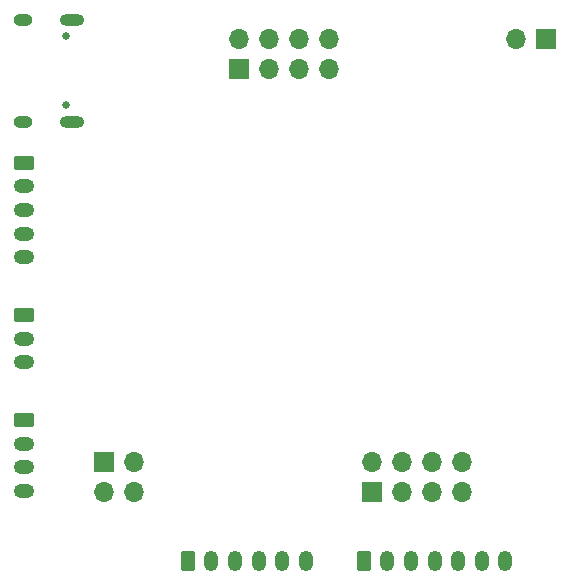
<source format=gbs>
G04 #@! TF.GenerationSoftware,KiCad,Pcbnew,(6.0.7-1)-1*
G04 #@! TF.CreationDate,2022-11-25T13:43:26+01:00*
G04 #@! TF.ProjectId,ESC-logic,4553432d-6c6f-4676-9963-2e6b69636164,rev?*
G04 #@! TF.SameCoordinates,Original*
G04 #@! TF.FileFunction,Soldermask,Bot*
G04 #@! TF.FilePolarity,Negative*
%FSLAX46Y46*%
G04 Gerber Fmt 4.6, Leading zero omitted, Abs format (unit mm)*
G04 Created by KiCad (PCBNEW (6.0.7-1)-1) date 2022-11-25 13:43:26*
%MOMM*%
%LPD*%
G01*
G04 APERTURE LIST*
G04 Aperture macros list*
%AMRoundRect*
0 Rectangle with rounded corners*
0 $1 Rounding radius*
0 $2 $3 $4 $5 $6 $7 $8 $9 X,Y pos of 4 corners*
0 Add a 4 corners polygon primitive as box body*
4,1,4,$2,$3,$4,$5,$6,$7,$8,$9,$2,$3,0*
0 Add four circle primitives for the rounded corners*
1,1,$1+$1,$2,$3*
1,1,$1+$1,$4,$5*
1,1,$1+$1,$6,$7*
1,1,$1+$1,$8,$9*
0 Add four rect primitives between the rounded corners*
20,1,$1+$1,$2,$3,$4,$5,0*
20,1,$1+$1,$4,$5,$6,$7,0*
20,1,$1+$1,$6,$7,$8,$9,0*
20,1,$1+$1,$8,$9,$2,$3,0*%
G04 Aperture macros list end*
%ADD10RoundRect,0.250000X-0.625000X0.350000X-0.625000X-0.350000X0.625000X-0.350000X0.625000X0.350000X0*%
%ADD11O,1.750000X1.200000*%
%ADD12R,1.700000X1.700000*%
%ADD13O,1.700000X1.700000*%
%ADD14RoundRect,0.250000X-0.350000X-0.625000X0.350000X-0.625000X0.350000X0.625000X-0.350000X0.625000X0*%
%ADD15O,1.200000X1.750000*%
%ADD16C,0.650000*%
%ADD17O,1.600000X1.000000*%
%ADD18O,2.100000X1.000000*%
G04 APERTURE END LIST*
D10*
X101050000Y-103100000D03*
D11*
X101050000Y-105100000D03*
X101050000Y-107100000D03*
X101050000Y-109100000D03*
D12*
X107825000Y-106625000D03*
D13*
X110365000Y-106625000D03*
X107825000Y-109165000D03*
X110365000Y-109165000D03*
D10*
X101050000Y-94200000D03*
D11*
X101050000Y-96200000D03*
X101050000Y-98200000D03*
D14*
X129800000Y-115000000D03*
D15*
X131800000Y-115000000D03*
X133800000Y-115000000D03*
X135800000Y-115000000D03*
X137800000Y-115000000D03*
X139800000Y-115000000D03*
X141800000Y-115000000D03*
D14*
X114900000Y-115000000D03*
D15*
X116900000Y-115000000D03*
X118900000Y-115000000D03*
X120900000Y-115000000D03*
X122900000Y-115000000D03*
X124900000Y-115000000D03*
D12*
X119200000Y-73375000D03*
D13*
X119200000Y-70835000D03*
X121740000Y-73375000D03*
X121740000Y-70835000D03*
X124280000Y-73375000D03*
X124280000Y-70835000D03*
X126820000Y-73375000D03*
X126820000Y-70835000D03*
D10*
X101050000Y-81300000D03*
D11*
X101050000Y-83300000D03*
X101050000Y-85300000D03*
X101050000Y-87300000D03*
X101050000Y-89300000D03*
D16*
X104600000Y-70610000D03*
X104600000Y-76390000D03*
D17*
X100950000Y-77820000D03*
D18*
X105130000Y-77820000D03*
X105130000Y-69180000D03*
D17*
X100950000Y-69180000D03*
D12*
X145200000Y-70800000D03*
D13*
X142660000Y-70800000D03*
D12*
X130500000Y-109200000D03*
D13*
X130500000Y-106660000D03*
X133040000Y-109200000D03*
X133040000Y-106660000D03*
X135580000Y-109200000D03*
X135580000Y-106660000D03*
X138120000Y-109200000D03*
X138120000Y-106660000D03*
M02*

</source>
